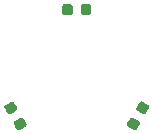
<source format=gbr>
G04 #@! TF.GenerationSoftware,KiCad,Pcbnew,5.0.2-bee76a0~70~ubuntu18.04.1*
G04 #@! TF.CreationDate,2019-07-03T17:26:22+02:00*
G04 #@! TF.ProjectId,lower_Sensor,6c6f7765-725f-4536-956e-736f722e6b69,rev?*
G04 #@! TF.SameCoordinates,Original*
G04 #@! TF.FileFunction,Paste,Top*
G04 #@! TF.FilePolarity,Positive*
%FSLAX46Y46*%
G04 Gerber Fmt 4.6, Leading zero omitted, Abs format (unit mm)*
G04 Created by KiCad (PCBNEW 5.0.2-bee76a0~70~ubuntu18.04.1) date Mi 03 Jul 2019 17:26:22 CEST*
%MOMM*%
%LPD*%
G01*
G04 APERTURE LIST*
%ADD10C,0.100000*%
%ADD11C,0.875000*%
G04 APERTURE END LIST*
D10*
G04 #@! TO.C,REF\002A\002A*
G36*
X104536949Y-81782155D02*
X104558275Y-81784609D01*
X104579259Y-81789141D01*
X104599697Y-81795708D01*
X104619393Y-81804246D01*
X104638157Y-81814674D01*
X104655809Y-81826891D01*
X104672178Y-81840779D01*
X104687107Y-81856205D01*
X104700452Y-81873020D01*
X104712085Y-81891062D01*
X104930835Y-82269948D01*
X104940643Y-82289043D01*
X104948533Y-82309008D01*
X104954428Y-82329650D01*
X104958271Y-82350770D01*
X104960025Y-82372166D01*
X104959674Y-82393630D01*
X104957220Y-82414956D01*
X104952688Y-82435940D01*
X104946121Y-82456378D01*
X104937583Y-82476074D01*
X104927155Y-82494838D01*
X104914938Y-82512490D01*
X104901050Y-82528859D01*
X104885624Y-82543788D01*
X104868809Y-82557133D01*
X104850767Y-82568766D01*
X104406929Y-82825016D01*
X104387834Y-82834824D01*
X104367869Y-82842714D01*
X104347227Y-82848609D01*
X104326107Y-82852452D01*
X104304711Y-82854206D01*
X104283247Y-82853855D01*
X104261921Y-82851401D01*
X104240937Y-82846869D01*
X104220499Y-82840302D01*
X104200803Y-82831764D01*
X104182039Y-82821336D01*
X104164387Y-82809119D01*
X104148018Y-82795231D01*
X104133089Y-82779805D01*
X104119744Y-82762990D01*
X104108111Y-82744948D01*
X103889361Y-82366062D01*
X103879553Y-82346967D01*
X103871663Y-82327002D01*
X103865768Y-82306360D01*
X103861925Y-82285240D01*
X103860171Y-82263844D01*
X103860522Y-82242380D01*
X103862976Y-82221054D01*
X103867508Y-82200070D01*
X103874075Y-82179632D01*
X103882613Y-82159936D01*
X103893041Y-82141172D01*
X103905258Y-82123520D01*
X103919146Y-82107151D01*
X103934572Y-82092222D01*
X103951387Y-82078877D01*
X103969429Y-82067244D01*
X104413267Y-81810994D01*
X104432362Y-81801186D01*
X104452327Y-81793296D01*
X104472969Y-81787401D01*
X104494089Y-81783558D01*
X104515485Y-81781804D01*
X104536949Y-81782155D01*
X104536949Y-81782155D01*
G37*
D11*
X104410098Y-82318005D03*
D10*
G36*
X105324449Y-83146145D02*
X105345775Y-83148599D01*
X105366759Y-83153131D01*
X105387197Y-83159698D01*
X105406893Y-83168236D01*
X105425657Y-83178664D01*
X105443309Y-83190881D01*
X105459678Y-83204769D01*
X105474607Y-83220195D01*
X105487952Y-83237010D01*
X105499585Y-83255052D01*
X105718335Y-83633938D01*
X105728143Y-83653033D01*
X105736033Y-83672998D01*
X105741928Y-83693640D01*
X105745771Y-83714760D01*
X105747525Y-83736156D01*
X105747174Y-83757620D01*
X105744720Y-83778946D01*
X105740188Y-83799930D01*
X105733621Y-83820368D01*
X105725083Y-83840064D01*
X105714655Y-83858828D01*
X105702438Y-83876480D01*
X105688550Y-83892849D01*
X105673124Y-83907778D01*
X105656309Y-83921123D01*
X105638267Y-83932756D01*
X105194429Y-84189006D01*
X105175334Y-84198814D01*
X105155369Y-84206704D01*
X105134727Y-84212599D01*
X105113607Y-84216442D01*
X105092211Y-84218196D01*
X105070747Y-84217845D01*
X105049421Y-84215391D01*
X105028437Y-84210859D01*
X105007999Y-84204292D01*
X104988303Y-84195754D01*
X104969539Y-84185326D01*
X104951887Y-84173109D01*
X104935518Y-84159221D01*
X104920589Y-84143795D01*
X104907244Y-84126980D01*
X104895611Y-84108938D01*
X104676861Y-83730052D01*
X104667053Y-83710957D01*
X104659163Y-83690992D01*
X104653268Y-83670350D01*
X104649425Y-83649230D01*
X104647671Y-83627834D01*
X104648022Y-83606370D01*
X104650476Y-83585044D01*
X104655008Y-83564060D01*
X104661575Y-83543622D01*
X104670113Y-83523926D01*
X104680541Y-83505162D01*
X104692758Y-83487510D01*
X104706646Y-83471141D01*
X104722072Y-83456212D01*
X104738887Y-83442867D01*
X104756929Y-83431234D01*
X105200767Y-83174984D01*
X105219862Y-83165176D01*
X105239827Y-83157286D01*
X105260469Y-83151391D01*
X105281589Y-83147548D01*
X105302985Y-83145794D01*
X105324449Y-83146145D01*
X105324449Y-83146145D01*
G37*
D11*
X105197598Y-83681995D03*
G04 #@! TD*
D10*
G04 #@! TO.C,REF\002A\002A*
G36*
X114718411Y-83147548D02*
X114739531Y-83151391D01*
X114760173Y-83157286D01*
X114780138Y-83165176D01*
X114799233Y-83174984D01*
X115243071Y-83431234D01*
X115261113Y-83442867D01*
X115277928Y-83456212D01*
X115293354Y-83471141D01*
X115307242Y-83487510D01*
X115319459Y-83505162D01*
X115329887Y-83523926D01*
X115338425Y-83543622D01*
X115344992Y-83564060D01*
X115349524Y-83585044D01*
X115351978Y-83606370D01*
X115352329Y-83627834D01*
X115350575Y-83649230D01*
X115346732Y-83670350D01*
X115340837Y-83690992D01*
X115332947Y-83710957D01*
X115323139Y-83730052D01*
X115104389Y-84108938D01*
X115092756Y-84126980D01*
X115079411Y-84143795D01*
X115064482Y-84159221D01*
X115048113Y-84173109D01*
X115030461Y-84185326D01*
X115011697Y-84195754D01*
X114992001Y-84204292D01*
X114971563Y-84210859D01*
X114950579Y-84215391D01*
X114929253Y-84217845D01*
X114907789Y-84218196D01*
X114886393Y-84216442D01*
X114865273Y-84212599D01*
X114844631Y-84206704D01*
X114824666Y-84198814D01*
X114805571Y-84189006D01*
X114361733Y-83932756D01*
X114343691Y-83921123D01*
X114326876Y-83907778D01*
X114311450Y-83892849D01*
X114297562Y-83876480D01*
X114285345Y-83858828D01*
X114274917Y-83840064D01*
X114266379Y-83820368D01*
X114259812Y-83799930D01*
X114255280Y-83778946D01*
X114252826Y-83757620D01*
X114252475Y-83736156D01*
X114254229Y-83714760D01*
X114258072Y-83693640D01*
X114263967Y-83672998D01*
X114271857Y-83653033D01*
X114281665Y-83633938D01*
X114500415Y-83255052D01*
X114512048Y-83237010D01*
X114525393Y-83220195D01*
X114540322Y-83204769D01*
X114556691Y-83190881D01*
X114574343Y-83178664D01*
X114593107Y-83168236D01*
X114612803Y-83159698D01*
X114633241Y-83153131D01*
X114654225Y-83148599D01*
X114675551Y-83146145D01*
X114697015Y-83145794D01*
X114718411Y-83147548D01*
X114718411Y-83147548D01*
G37*
D11*
X114802402Y-83681995D03*
D10*
G36*
X115505911Y-81783558D02*
X115527031Y-81787401D01*
X115547673Y-81793296D01*
X115567638Y-81801186D01*
X115586733Y-81810994D01*
X116030571Y-82067244D01*
X116048613Y-82078877D01*
X116065428Y-82092222D01*
X116080854Y-82107151D01*
X116094742Y-82123520D01*
X116106959Y-82141172D01*
X116117387Y-82159936D01*
X116125925Y-82179632D01*
X116132492Y-82200070D01*
X116137024Y-82221054D01*
X116139478Y-82242380D01*
X116139829Y-82263844D01*
X116138075Y-82285240D01*
X116134232Y-82306360D01*
X116128337Y-82327002D01*
X116120447Y-82346967D01*
X116110639Y-82366062D01*
X115891889Y-82744948D01*
X115880256Y-82762990D01*
X115866911Y-82779805D01*
X115851982Y-82795231D01*
X115835613Y-82809119D01*
X115817961Y-82821336D01*
X115799197Y-82831764D01*
X115779501Y-82840302D01*
X115759063Y-82846869D01*
X115738079Y-82851401D01*
X115716753Y-82853855D01*
X115695289Y-82854206D01*
X115673893Y-82852452D01*
X115652773Y-82848609D01*
X115632131Y-82842714D01*
X115612166Y-82834824D01*
X115593071Y-82825016D01*
X115149233Y-82568766D01*
X115131191Y-82557133D01*
X115114376Y-82543788D01*
X115098950Y-82528859D01*
X115085062Y-82512490D01*
X115072845Y-82494838D01*
X115062417Y-82476074D01*
X115053879Y-82456378D01*
X115047312Y-82435940D01*
X115042780Y-82414956D01*
X115040326Y-82393630D01*
X115039975Y-82372166D01*
X115041729Y-82350770D01*
X115045572Y-82329650D01*
X115051467Y-82309008D01*
X115059357Y-82289043D01*
X115069165Y-82269948D01*
X115287915Y-81891062D01*
X115299548Y-81873020D01*
X115312893Y-81856205D01*
X115327822Y-81840779D01*
X115344191Y-81826891D01*
X115361843Y-81814674D01*
X115380607Y-81804246D01*
X115400303Y-81795708D01*
X115420741Y-81789141D01*
X115441725Y-81784609D01*
X115463051Y-81782155D01*
X115484515Y-81781804D01*
X115505911Y-81783558D01*
X115505911Y-81783558D01*
G37*
D11*
X115589902Y-82318005D03*
G04 #@! TD*
D10*
G04 #@! TO.C,REF\002A\002A*
G36*
X111027691Y-73526053D02*
X111048926Y-73529203D01*
X111069750Y-73534419D01*
X111089962Y-73541651D01*
X111109368Y-73550830D01*
X111127781Y-73561866D01*
X111145024Y-73574654D01*
X111160930Y-73589070D01*
X111175346Y-73604976D01*
X111188134Y-73622219D01*
X111199170Y-73640632D01*
X111208349Y-73660038D01*
X111215581Y-73680250D01*
X111220797Y-73701074D01*
X111223947Y-73722309D01*
X111225000Y-73743750D01*
X111225000Y-74256250D01*
X111223947Y-74277691D01*
X111220797Y-74298926D01*
X111215581Y-74319750D01*
X111208349Y-74339962D01*
X111199170Y-74359368D01*
X111188134Y-74377781D01*
X111175346Y-74395024D01*
X111160930Y-74410930D01*
X111145024Y-74425346D01*
X111127781Y-74438134D01*
X111109368Y-74449170D01*
X111089962Y-74458349D01*
X111069750Y-74465581D01*
X111048926Y-74470797D01*
X111027691Y-74473947D01*
X111006250Y-74475000D01*
X110568750Y-74475000D01*
X110547309Y-74473947D01*
X110526074Y-74470797D01*
X110505250Y-74465581D01*
X110485038Y-74458349D01*
X110465632Y-74449170D01*
X110447219Y-74438134D01*
X110429976Y-74425346D01*
X110414070Y-74410930D01*
X110399654Y-74395024D01*
X110386866Y-74377781D01*
X110375830Y-74359368D01*
X110366651Y-74339962D01*
X110359419Y-74319750D01*
X110354203Y-74298926D01*
X110351053Y-74277691D01*
X110350000Y-74256250D01*
X110350000Y-73743750D01*
X110351053Y-73722309D01*
X110354203Y-73701074D01*
X110359419Y-73680250D01*
X110366651Y-73660038D01*
X110375830Y-73640632D01*
X110386866Y-73622219D01*
X110399654Y-73604976D01*
X110414070Y-73589070D01*
X110429976Y-73574654D01*
X110447219Y-73561866D01*
X110465632Y-73550830D01*
X110485038Y-73541651D01*
X110505250Y-73534419D01*
X110526074Y-73529203D01*
X110547309Y-73526053D01*
X110568750Y-73525000D01*
X111006250Y-73525000D01*
X111027691Y-73526053D01*
X111027691Y-73526053D01*
G37*
D11*
X110787500Y-74000000D03*
D10*
G36*
X109452691Y-73526053D02*
X109473926Y-73529203D01*
X109494750Y-73534419D01*
X109514962Y-73541651D01*
X109534368Y-73550830D01*
X109552781Y-73561866D01*
X109570024Y-73574654D01*
X109585930Y-73589070D01*
X109600346Y-73604976D01*
X109613134Y-73622219D01*
X109624170Y-73640632D01*
X109633349Y-73660038D01*
X109640581Y-73680250D01*
X109645797Y-73701074D01*
X109648947Y-73722309D01*
X109650000Y-73743750D01*
X109650000Y-74256250D01*
X109648947Y-74277691D01*
X109645797Y-74298926D01*
X109640581Y-74319750D01*
X109633349Y-74339962D01*
X109624170Y-74359368D01*
X109613134Y-74377781D01*
X109600346Y-74395024D01*
X109585930Y-74410930D01*
X109570024Y-74425346D01*
X109552781Y-74438134D01*
X109534368Y-74449170D01*
X109514962Y-74458349D01*
X109494750Y-74465581D01*
X109473926Y-74470797D01*
X109452691Y-74473947D01*
X109431250Y-74475000D01*
X108993750Y-74475000D01*
X108972309Y-74473947D01*
X108951074Y-74470797D01*
X108930250Y-74465581D01*
X108910038Y-74458349D01*
X108890632Y-74449170D01*
X108872219Y-74438134D01*
X108854976Y-74425346D01*
X108839070Y-74410930D01*
X108824654Y-74395024D01*
X108811866Y-74377781D01*
X108800830Y-74359368D01*
X108791651Y-74339962D01*
X108784419Y-74319750D01*
X108779203Y-74298926D01*
X108776053Y-74277691D01*
X108775000Y-74256250D01*
X108775000Y-73743750D01*
X108776053Y-73722309D01*
X108779203Y-73701074D01*
X108784419Y-73680250D01*
X108791651Y-73660038D01*
X108800830Y-73640632D01*
X108811866Y-73622219D01*
X108824654Y-73604976D01*
X108839070Y-73589070D01*
X108854976Y-73574654D01*
X108872219Y-73561866D01*
X108890632Y-73550830D01*
X108910038Y-73541651D01*
X108930250Y-73534419D01*
X108951074Y-73529203D01*
X108972309Y-73526053D01*
X108993750Y-73525000D01*
X109431250Y-73525000D01*
X109452691Y-73526053D01*
X109452691Y-73526053D01*
G37*
D11*
X109212500Y-74000000D03*
G04 #@! TD*
M02*

</source>
